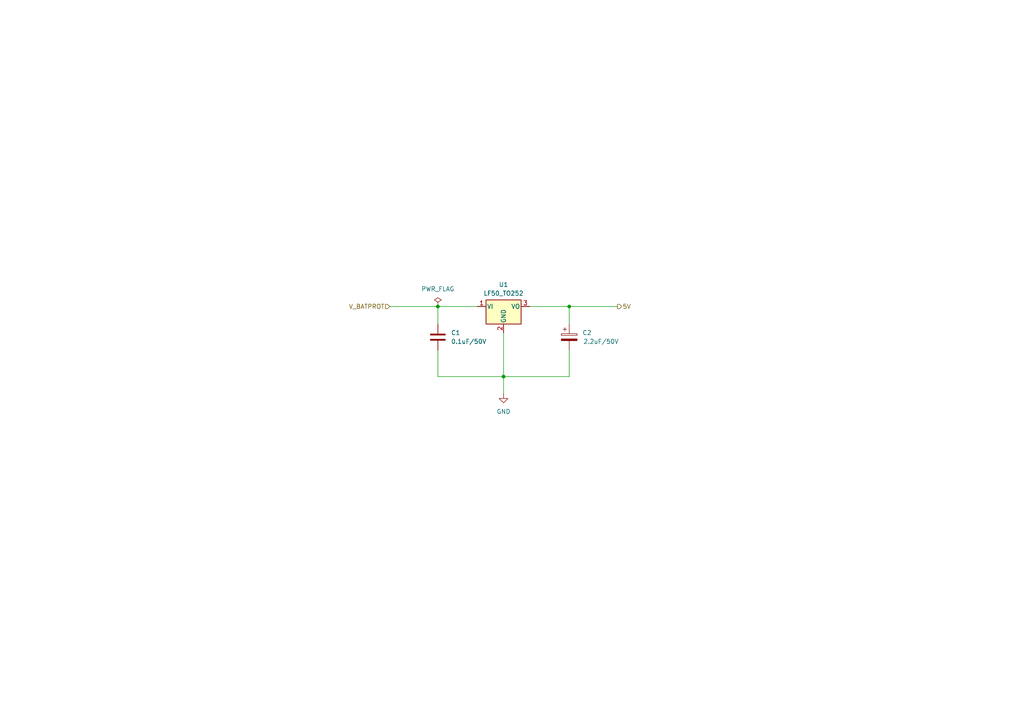
<source format=kicad_sch>
(kicad_sch (version 20231120) (generator "eeschema") (generator_version "8.0")
  (paper "A4")
  (title_block (title "${project_name}") (date "2024-11-20") (rev "v1") (company "${uni_name}") (comment 1 "${course_date}") (comment 2 "${folder_name}"))
  (lib_symbols
    (symbol "Device:C" (pin_numbers hide) (pin_names (offset 0.254))
      (property "Reference" "C" (at 0.635 2.54 0))
      (property "Value" "C" (at 0.635 -2.54 0))
      (symbol "C_0_1"
        (polyline (pts (xy -2.032 -0.762) (xy 2.032 -0.762)) (stroke (width 0.508)))
        (polyline (pts (xy -2.032 0.762) (xy 2.032 0.762)) (stroke (width 0.508)))
      )
      (symbol "C_1_1"
        (pin passive line (at 0 3.81 270) (length 2.794) (name "~") (number "1"))
        (pin passive line (at 0 -3.81 90) (length 2.794) (name "~") (number "2"))
      )
    )
    (symbol "Device:C_Polarized" (pin_numbers hide) (pin_names (offset 0.254))
      (property "Reference" "C" (at 0.635 2.54 0))
      (property "Value" "C_Polarized" (at 0.635 -2.54 0))
      (symbol "C_Polarized_0_1"
        (rectangle (start -2.286 0.508) (end 2.286 1.016))
        (polyline (pts (xy -1.778 2.286) (xy -0.762 2.286)))
        (polyline (pts (xy -1.27 2.794) (xy -1.27 1.778)))
        (rectangle (start 2.286 -0.508) (end -2.286 -1.016) (fill (type outline)))
      )
      (symbol "C_Polarized_1_1"
        (pin passive line (at 0 3.81 270) (length 2.794) (name "~") (number "1"))
        (pin passive line (at 0 -3.81 90) (length 2.794) (name "~") (number "2"))
      )
    )
    (symbol "Regulator_Linear:LF50_TO252" (pin_names (offset 0.254))
      (property "Reference" "U" (at -3.81 3.175 0))
      (property "Value" "LF50_TO252" (at 0 3.175 0))
      (symbol "LF50_TO252_0_1"
        (rectangle (start -5.08 1.905) (end 5.08 -5.08) (stroke (width 0.254)) (fill (type background)))
      )
      (symbol "LF50_TO252_1_1"
        (pin power_in line (at -7.62 0 0) (length 2.54) (name "VI") (number "1"))
        (pin power_in line (at 0 -7.62 90) (length 2.54) (name "GND") (number "2"))
        (pin power_out line (at 7.62 0 180) (length 2.54) (name "VO") (number "3"))
      )
    )
    (symbol "power:GND" (power) (pin_numbers hide) (pin_names (offset 0) hide)
      (property "Value" "GND" (at 0 -3.81 0))
      (symbol "GND_0_1"
        (polyline (pts (xy 0 0) (xy 0 -1.27) (xy 1.27 -1.27) (xy 0 -2.54) (xy -1.27 -1.27) (xy 0 -1.27)))
      )
      (symbol "GND_1_1"
        (pin power_in line (at 0 0 270) (length 0) (name "~") (number "1"))
      )
    )
    (symbol "power:PWR_FLAG" (power) (pin_numbers hide) (pin_names (offset 0) hide)
      (property "Value" "PWR_FLAG" (at 0 3.81 0))
      (symbol "PWR_FLAG_0_0"
        (pin power_out line (at 0 0 90) (length 0) (name "~") (number "1"))
      )
      (symbol "PWR_FLAG_0_1"
        (polyline (pts (xy 0 0) (xy 0 1.27) (xy -1.016 1.905) (xy 0 2.54) (xy 1.016 1.905) (xy 0 1.27)))
      )
    )
  )
  (junction (at 127 88.9))
  (junction (at 146.05 109.22))
  (junction (at 165.1 88.9))
  (wire (pts (xy 113.03 88.9) (xy 127 88.9)))
  (wire (pts (xy 146.05 96.52) (xy 146.05 109.22)))
  (wire (pts (xy 153.67 88.9) (xy 165.1 88.9)))
  (wire (pts (xy 127 101.6) (xy 127 109.22)))
  (wire (pts (xy 165.1 101.6) (xy 165.1 109.22)))
  (wire (pts (xy 165.1 88.9) (xy 179.07 88.9)))
  (wire (pts (xy 165.1 88.9) (xy 165.1 93.98)))
  (wire (pts (xy 127 88.9) (xy 138.43 88.9)))
  (wire (pts (xy 127 88.9) (xy 127 93.98)))
  (wire (pts (xy 146.05 109.22) (xy 146.05 114.3)))
  (wire (pts (xy 127 109.22) (xy 146.05 109.22)))
  (wire (pts (xy 165.1 109.22) (xy 146.05 109.22)))
  (hierarchical_label "5V" (shape output) (at 179.07 88.9 0))
  (hierarchical_label "V_BATPROT" (shape input) (at 113.03 88.9 180))
  (symbol (lib_id "Regulator_Linear:LF50_TO252") (at 146.05 88.9 0) (unit 1)
    (property "Reference" "U1" (at 146.05 82.55 0))
    (property "Value" "LF50_TO252" (at 146.05 85.09 0))
    (property "Footprint" "ECU_SW_Control_lib:LF50CDTTRY" (effects (hide yes)))
    (property "Datasheet" "http://www.st.com/content/ccc/resource/technical/document/datasheet/c4/0e/7e/2a/be/bc/4c/bd/CD00000546.pdf/files/CD00000546.pdf/jcr:content/translations/en.CD00000546.pdf" (effects (hide yes)))
    (property "Description" "Low-drop Voltage Regulator, Io up to 500mA, Fixed Vo 5.0V, TO-252 (DPAK)" (effects (hide yes)))
    (property "Manufacturer_Name" "STM" (effects (hide yes)))
    (property "Ordering_Code" "LF50CDT-TRY" (effects (hide yes)))
    (property "Ordering_Link" "https://www.digikey.com/en/products/detail/stmicroelectronics/LF50CDT-TRY/2193170" (effects (hide yes)))
  )
  (symbol (lib_id "power:PWR_FLAG") (at 127 88.9 0) (unit 1)
    (property "Reference" "#FLG02" (effects (hide yes)))
    (property "Value" "PWR_FLAG" (at 127 83.82 0))
    (property "Description" "Special symbol for telling ERC where power comes from" (effects (hide yes)))
  )
  (symbol (lib_id "Device:C_Polarized") (at 165.1 97.79 0) (unit 1)
    (property "Reference" "C2" (at 168.91 96.52 0) (effects (justify left)))
    (property "Value" "${Part_Value}/${Voltage}" (at 169.164 99.06 0) (effects (justify left)))
    (property "Footprint" "Capacitor_SMD:CP_Elec_4x5.3" (effects (hide yes)))
    (property "Description" "Polarized capacitor" (effects (hide yes)))
    (property "Part_Value" "2.2uF" (effects (hide yes)))
    (property "Voltage" "50V" (effects (hide yes)))
    (property "Manufacturer_Name" "SAMWHA" (effects (hide yes)))
    (property "Ordering_Code" "SC1H225M04005VR" (effects (hide yes)))
    (property "Ordering_Link" "https://ozdisan.com/pasif-komponentler/kapasitorler/aluminyum-kapasitorler/SC1H225M04005VR/27464" (effects (hide yes)))
  )
  (symbol (lib_id "Device:C") (at 127 97.79 0) (unit 1)
    (property "Reference" "C1" (at 130.81 96.5199 0) (effects (justify left)))
    (property "Value" "${Part_Value}/${Voltage}" (at 130.81 99.0599 0) (effects (justify left)))
    (property "Footprint" "Capacitor_SMD:C_0603_1608Metric_Pad1.08x0.95mm_HandSolder" (effects (hide yes)))
    (property "Description" "Unpolarized capacitor" (effects (hide yes)))
    (property "Part_Value" "0.1uF" (effects (hide yes)))
    (property "Voltage" "50V" (effects (hide yes)))
    (property "Manufacturer_Name" "TDK" (effects (hide yes)))
    (property "Ordering_Code" "CGA3E2X7R1H104K080AA" (effects (hide yes)))
    (property "Ordering_Link" "https://www.digikey.com/en/products/detail/tdk-corporation/CGA3E2X7R1H104K080AA/2443144" (effects (hide yes)))
  )
  (symbol (lib_id "power:GND") (at 146.05 114.3 0) (unit 1)
    (property "Reference" "#PWR03" (effects (hide yes)))
    (property "Value" "GND" (at 146.05 119.38 0))
    (property "Description" "Power symbol creates a global label with name \"GND\" , ground" (effects (hide yes)))
  )
)
</source>
